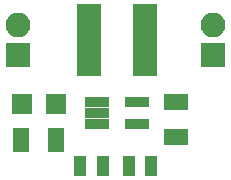
<source format=gts>
G04 #@! TF.FileFunction,Soldermask,Top*
%FSLAX46Y46*%
G04 Gerber Fmt 4.6, Leading zero omitted, Abs format (unit mm)*
G04 Created by KiCad (PCBNEW 4.0.7) date 10/12/17 03:24:30*
%MOMM*%
%LPD*%
G01*
G04 APERTURE LIST*
%ADD10C,0.100000*%
%ADD11R,2.100000X2.100000*%
%ADD12O,2.100000X2.100000*%
%ADD13R,2.000000X6.100000*%
%ADD14R,2.100000X0.850000*%
%ADD15R,1.100000X1.700000*%
%ADD16R,1.400000X2.000000*%
%ADD17R,2.000000X1.400000*%
%ADD18R,1.700480X1.799540*%
G04 APERTURE END LIST*
D10*
D11*
X127000000Y-66040000D03*
D12*
X127000000Y-63500000D03*
D11*
X110490000Y-66040000D03*
D12*
X110490000Y-63500000D03*
D13*
X121222000Y-64770000D03*
X116522000Y-64770000D03*
D14*
X117172000Y-70043000D03*
X120572000Y-70043000D03*
X117172000Y-70993000D03*
X117172000Y-71943000D03*
X120572000Y-71943000D03*
D15*
X115763000Y-75438000D03*
X117663000Y-75438000D03*
X119877800Y-75438000D03*
X121777800Y-75438000D03*
D16*
X110742600Y-73253600D03*
X113742600Y-73253600D03*
D17*
X123875800Y-70026400D03*
X123875800Y-73026400D03*
D18*
X113718340Y-70231000D03*
X110817660Y-70231000D03*
M02*

</source>
